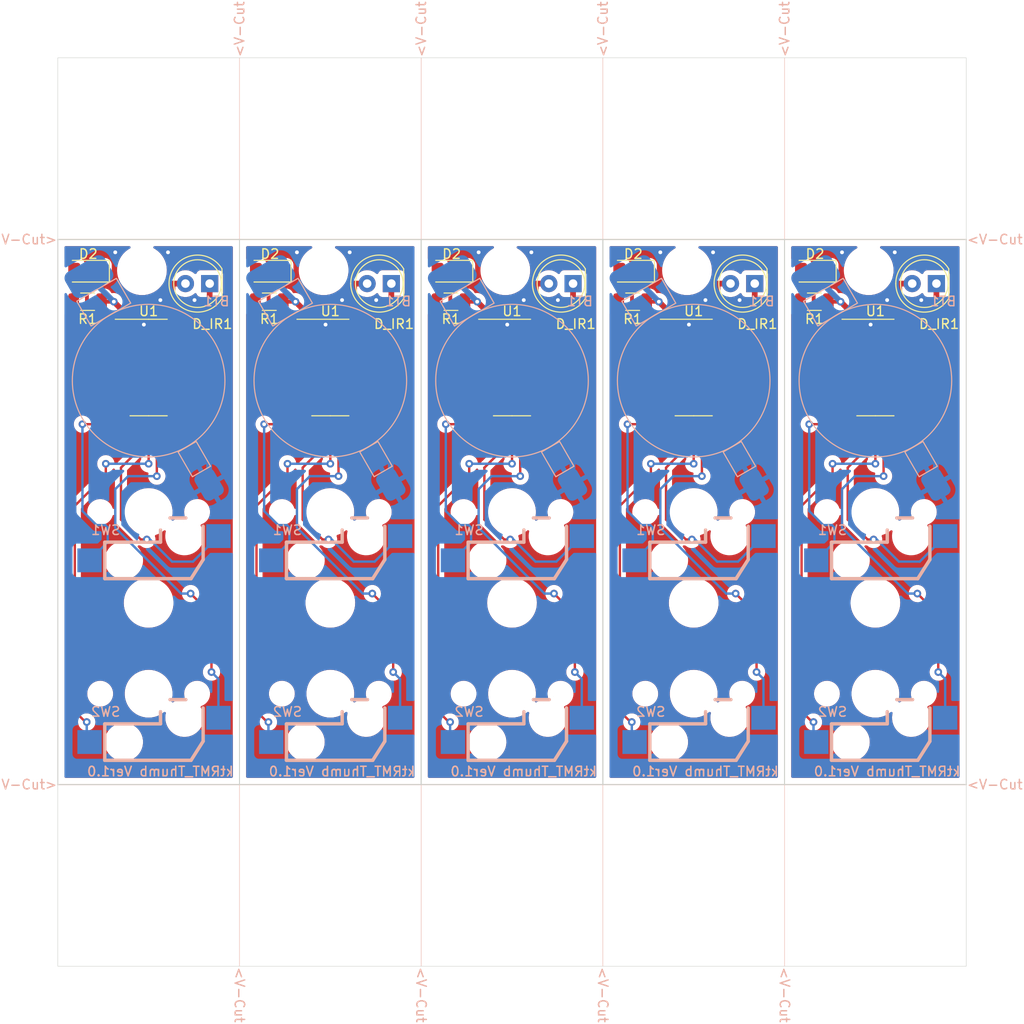
<source format=kicad_pcb>
(kicad_pcb (version 20211014) (generator pcbnew)
  (layers (0 "F.Cu" signal) (31 "B.Cu" signal) (34 "B.Paste" user) (35 "F.Paste" user) (36 "B.SilkS" user "B.Silkscreen") (37 "F.SilkS" user "F.Silkscreen") (38 "B.Mask" user) (39 "F.Mask" user) (44 "Edge.Cuts" user))
  (net 0 "")
  (net 1 "Net-(BT1-Pad1)")
  (net 2 "Net-(BT1-Pad2)")
  (net 3 "Net-(D2-Pad2)")
  (net 4 "Net-(D2-Pad1)")
  (net 5 "Net-(D_IR1-Pad1)")
  (net 6 "Net-(SW1-Pad1)")
  (net 10 "Net-(SW2-Pad2)")
  (net 11 "Net-(U1-Pad11)")
  (net 12 "Net-(U1-Pad10)")
  (footprint "ktRMT_Thumb:MX_Socket" (layer "F.Cu") (at 28.575 47.625)
    (fp_text reference "SW1")
    (fp_text value "SW_Push")
  )
  (footprint "ktRMT_Thumb:MX_Socket" (layer "F.Cu") (at 47.625 47.625)
    (fp_text reference "SW1")
    (fp_text value "SW_Push")
  )
  (footprint "Resistor_SMD:R_1206_3216Metric" (layer "F.Cu") (at 41.225 25.575 180)
    (fp_text reference "R1")
    (fp_text value "470oum")
  )
  (footprint "ktRMT_Thumb:Hole_4P2" (layer "F.Cu") (at 85.725 57.15)
    (fp_text reference "REF**")
    (fp_text value "Hole_4P2")
  )
  (footprint "Package_SO:SOP-16_3.9x9.9mm_P1.27mm" (layer "F.Cu") (at 47.625 32.475)
    (fp_text reference "U1")
    (fp_text value "HB1531E")
  )
  (footprint "ktRMT_Thumb:CR16xx_Holder" (layer "F.Cu") (at 28.575 28.575)
    (fp_text reference "BT1")
    (fp_text value "3V")
  )
  (footprint "Package_SO:SOP-16_3.9x9.9mm_P1.27mm" (layer "F.Cu") (at 85.725 32.475)
    (fp_text reference "U1")
    (fp_text value "HB1531E")
  )
  (footprint "Package_SO:SOP-16_3.9x9.9mm_P1.27mm" (layer "F.Cu") (at 28.575 32.475)
    (fp_text reference "U1")
    (fp_text value "HB1531E")
  )
  (footprint "ktRMT_Thumb:Hole_4P2" (layer "F.Cu") (at 27.875 22.275)
    (fp_text reference "REF**")
    (fp_text value "Hole_4P2")
  )
  (footprint "LED_THT:LED_D5.0mm" (layer "F.Cu") (at 73.075 23.675 180)
    (fp_text reference "D_IR1")
    (fp_text value "LED")
  )
  (footprint "ktRMT_Thumb:MX_Socket" (layer "F.Cu") (at 85.725 47.625)
    (fp_text reference "SW1")
    (fp_text value "SW_Push")
  )
  (footprint "Resistor_SMD:R_1206_3216Metric" (layer "F.Cu") (at 60.275 25.575 180)
    (fp_text reference "R1")
    (fp_text value "470oum")
  )
  (footprint "Resistor_SMD:R_1206_3216Metric" (layer "F.Cu") (at 79.325 25.575 180)
    (fp_text reference "R1")
    (fp_text value "470oum")
  )
  (footprint "ktRMT_Thumb:MX_Socket" (layer "F.Cu") (at 9.525 47.625)
    (fp_text reference "SW1")
    (fp_text value "SW_Push")
  )
  (footprint "ktRMT_Thumb:Hole_4P2" (layer "F.Cu") (at 9.525 57.15)
    (fp_text reference "REF**")
    (fp_text value "Hole_4P2")
  )
  (footprint "Resistor_SMD:R_1206_3216Metric" (layer "F.Cu") (at 3.125 25.575 180)
    (fp_text reference "R1")
    (fp_text value "470oum")
  )
  (footprint "ktRMT_Thumb:CR16xx_Holder" (layer "F.Cu") (at 85.725 28.575)
    (fp_text reference "BT1")
    (fp_text value "3V")
  )
  (footprint "LED_SMD:LED_1206_3216Metric" (layer "F.Cu") (at 22.175 22.375 180)
    (fp_text reference "D2")
    (fp_text value "LED")
  )
  (footprint "LED_SMD:LED_1206_3216Metric" (layer "F.Cu") (at 79.325 22.375 180)
    (fp_text reference "D2")
    (fp_text value "LED")
  )
  (footprint "LED_THT:LED_D5.0mm" (layer "F.Cu") (at 34.975 23.675 180)
    (fp_text reference "D_IR1")
    (fp_text value "LED")
  )
  (footprint "LED_THT:LED_D5.0mm" (layer "F.Cu") (at 15.925 23.675 180)
    (fp_text reference "D_IR1")
    (fp_text value "LED")
  )
  (footprint "ktRMT_Thumb:MX_Socket" (layer "F.Cu") (at 66.675 66.675)
    (fp_text reference "SW2")
    (fp_text value "SW_Push")
  )
  (footprint "LED_SMD:LED_1206_3216Metric" (layer "F.Cu") (at 3.125 22.375 180)
    (fp_text reference "D2")
    (fp_text value "LED")
  )
  (footprint "Package_SO:SOP-16_3.9x9.9mm_P1.27mm" (layer "F.Cu") (at 9.525 32.475)
    (fp_text reference "U1")
    (fp_text value "HB1531E")
  )
  (footprint "LED_SMD:LED_1206_3216Metric" (layer "F.Cu") (at 60.275 22.375 180)
    (fp_text reference "D2")
    (fp_text value "LED")
  )
  (footprint "LED_SMD:LED_1206_3216Metric" (layer "F.Cu") (at 41.225 22.375 180)
    (fp_text reference "D2")
    (fp_text value "LED")
  )
  (footprint "ktRMT_Thumb:MX_Socket" (layer "F.Cu") (at 85.725 66.675)
    (fp_text reference "SW2")
    (fp_text value "SW_Push")
  )
  (footprint "ktRMT_Thumb:CR16xx_Holder" (layer "F.Cu") (at 66.675 28.575)
    (fp_text reference "BT1")
    (fp_text value "3V")
  )
  (footprint "Package_SO:SOP-16_3.9x9.9mm_P1.27mm" (layer "F.Cu") (at 66.675 32.475)
    (fp_text reference "U1")
    (fp_text value "HB1531E")
  )
  (footprint "ktRMT_Thumb:MX_Socket" (layer "F.Cu") (at 47.625 66.675)
    (fp_text reference "SW2")
    (fp_text value "SW_Push")
  )
  (footprint "ktRMT_Thumb:CR16xx_Holder" (layer "F.Cu") (at 9.525 28.575)
    (fp_text reference "BT1")
    (fp_text value "3V")
  )
  (footprint "ktRMT_Thumb:MX_Socket" (layer "F.Cu") (at 28.575 66.675)
    (fp_text reference "SW2")
    (fp_text value "SW_Push")
  )
  (footprint "LED_THT:LED_D5.0mm" (layer "F.Cu") (at 92.125 23.675 180)
    (fp_text reference "D_IR1")
    (fp_text value "LED")
  )
  (footprint "ktRMT_Thumb:Hole_4P2" (layer "F.Cu") (at 46.925 22.275)
    (fp_text reference "REF**")
    (fp_text value "Hole_4P2")
  )
  (footprint "ktRMT_Thumb:Hole_4P2" (layer "F.Cu") (at 28.575 57.15)
    (fp_text reference "REF**")
    (fp_text value "Hole_4P2")
  )
  (footprint "ktRMT_Thumb:CR16xx_Holder" (layer "F.Cu") (at 47.625 28.575)
    (fp_text reference "BT1")
    (fp_text value "3V")
  )
  (footprint "ktRMT_Thumb:Hole_4P2" (layer "F.Cu") (at 66.675 57.15)
    (fp_text reference "REF**")
    (fp_text value "Hole_4P2")
  )
  (footprint "LED_THT:LED_D5.0mm" (layer "F.Cu") (at 54.025 23.675 180)
    (fp_text reference "D_IR1")
    (fp_text value "LED")
  )
  (footprint "ktRMT_Thumb:MX_Socket" (layer "F.Cu") (at 9.525 66.675)
    (fp_text reference "SW2")
    (fp_text value "SW_Push")
  )
  (footprint "ktRMT_Thumb:Hole_4P2" (layer "F.Cu") (at 85.025 22.275)
    (fp_text reference "REF**")
    (fp_text value "Hole_4P2")
  )
  (footprint "ktRMT_Thumb:Hole_4P2" (layer "F.Cu") (at 8.825 22.275)
    (fp_text reference "REF**")
    (fp_text value "Hole_4P2")
  )
  (footprint "ktRMT_Thumb:Hole_4P2" (layer "F.Cu") (at 47.625 57.15)
    (fp_text reference "REF**")
    (fp_text value "Hole_4P2")
  )
  (footprint "ktRMT_Thumb:MX_Socket" (layer "F.Cu") (at 66.675 47.625)
    (fp_text reference "SW1")
    (fp_text value "SW_Push")
  )
  (footprint "ktRMT_Thumb:Hole_4P2" (layer "F.Cu") (at 65.975 22.275)
    (fp_text reference "REF**")
    (fp_text value "Hole_4P2")
  )
  (footprint "Resistor_SMD:R_1206_3216Metric" (layer "F.Cu") (at 22.175 25.575 180)
    (fp_text reference "R1")
    (fp_text value "470oum")
  )
  (gr_line (start 0 76.2) (end 95.25 76.2) (layer "B.SilkS") (width 0.12))
  (gr_line (start 76.2 95.25) (end 76.2 0) (layer "B.SilkS") (width 0.05))
  (gr_line (start 19.05 0) (end 19.05 95.25) (layer "B.SilkS") (width 0.05))
  (gr_line (start 38.1 95.25) (end 38.1 0) (layer "B.SilkS") (width 0.05))
  (gr_line (start 0 19.05) (end 95.25 19.05) (layer "B.SilkS") (width 0.12))
  (gr_line (start 57.15 0) (end 57.15 95.25) (layer "B.SilkS") (width 0.05))
  (gr_rect (start 0 19.05) (end 19.05 76.2) (layer "Edge.Cuts") (width 0.1) (fill none))
  (gr_rect (start 57.15 19.05) (end 76.2 76.2) (layer "Edge.Cuts") (width 0.1) (fill none))
  (gr_rect (start 19.05 19.05) (end 38.1 76.2) (layer "Edge.Cuts") (width 0.1) (fill none))
  (gr_rect (start 76.2 19.05) (end 95.25 76.2) (layer "Edge.Cuts") (width 0.1) (fill none))
  (gr_rect (start 38.1 19.05) (end 57.15 76.2) (layer "Edge.Cuts") (width 0.1) (fill none))
  (gr_rect (start 0 0) (end 95.25 95.25) (layer "Edge.Cuts") (width 0.05) (fill none))
  (gr_text "ktRMT_Thumb Ver1.0" (at 29.8 74.83) (layer "B.SilkS") (effects (font (size 1 1)) (justify mirror)))
  (gr_text "<V-Cut" (at 38.1 95.25 -90) (layer "B.SilkS") (effects (font (size 1 1)) (justify left)))
  (gr_text "ktRMT_Thumb Ver1.0" (at 48.85 74.83) (layer "B.SilkS") (effects (font (size 1 1)) (justify mirror)))
  (gr_text "<V-Cut" (at 38.1 0 90) (layer "B.SilkS") (effects (font (size 1 1)) (justify left)))
  (gr_text "<V-Cut" (at 57.15 95.25 -90) (layer "B.SilkS") (effects (font (size 1 1)) (justify left)))
  (gr_text "V-Cut>" (at 0 76.2) (layer "B.SilkS") (effects (font (size 1 1)) (justify right)))
  (gr_text "ktRMT_Thumb Ver1.0" (at 10.75 74.83) (layer "B.SilkS") (effects (font (size 1 1)) (justify mirror)))
  (gr_text "ktRMT_Thumb Ver1.0" (at 67.9 74.83) (layer "B.SilkS") (effects (font (size 1 1)) (justify mirror)))
  (gr_text "ktRMT_Thumb Ver1.0" (at 29.8 74.83) (layer "B.SilkS") (effects (font (size 1 1)) (justify mirror)))
  (gr_text "V-Cut>" (at 0 19.05) (layer "B.SilkS") (effects (font (size 1 1)) (justify right)))
  (gr_text "<V-Cut" (at 19.05 0 90) (layer "B.SilkS") (effects (font (size 1 1)) (justify left)))
  (gr_text "ktRMT_Thumb Ver1.0" (at 67.9 74.83) (layer "B.SilkS") (effects (font (size 1 1)) (justify mirror)))
  (gr_text "<V-Cut" (at 95.25 76.2) (layer "B.SilkS") (effects (font (size 1 1)) (justify left)))
  (gr_text "<V-Cut" (at 95.25 19.05) (layer "B.SilkS") (effects (font (size 1 1)) (justify left)))
  (gr_text "<V-Cut" (at 19.05 95.25 -90) (layer "B.SilkS") (effects (font (size 1 1)) (justify left)))
  (gr_text "ktRMT_Thumb Ver1.0" (at 86.95 74.83) (layer "B.SilkS") (effects (font (size 1 1)) (justify mirror)))
  (gr_text "<V-Cut" (at 76.2 0 90) (layer "B.SilkS") (effects (font (size 1 1)) (justify left)))
  (gr_text "ktRMT_Thumb Ver1.0" (at 86.95 74.83) (layer "B.SilkS") (effects (font (size 1 1)) (justify mirror)))
  (gr_text "<V-Cut" (at 57.15 0 90) (layer "B.SilkS") (effects (font (size 1 1)) (justify left)))
  (gr_text "ktRMT_Thumb Ver1.0" (at 48.85 74.83) (layer "B.SilkS") (effects (font (size 1 1)) (justify mirror)))
  (gr_text "<V-Cut" (at 76.2 95.25 -90) (layer "B.SilkS") (effects (font (size 1 1)) (justify left)))
  (gr_text "ktRMT_Thumb Ver1.0" (at 10.75 74.83) (layer "B.SilkS") (effects (font (size 1 1)) (justify mirror)))
  (segment (start 6.615 26.315) (end 11.915 26.315) (width 0.6) (layer "F.Cu") (net 1))
  (segment (start 69.065 26.315) (end 69.175 26.205) (width 0.4) (layer "F.Cu") (net 1))
  (segment (start 63.765 26.315) (end 69.065 26.315) (width 0.6) (layer "F.Cu") (net 1))
  (segment (start 12.025 26.205) (end 12.025 25.575) (width 0.6) (layer "F.Cu") (net 1))
  (segment (start 88.325 23.675) (end 88.225 23.775) (width 0.6) (layer "F.Cu") (net 1))
  (segment (start 32.435 23.675) (end 31.175 23.675) (width 0.6) (layer "F.Cu") (net 1))
  (segment (start 13.385 23.675) (end 12.125 23.675) (width 0.6) (layer "F.Cu") (net 1))
  (segment (start 31.075 25.575) (end 31.075 23.775) (width 0.6) (layer "F.Cu") (net 1))
  (segment (start 31.175 23.675) (end 31.075 23.775) (width 0.6) (layer "F.Cu") (net 1))
  (segment (start 88.115 26.315) (end 88.225 26.205) (width 0.4) (layer "F.Cu") (net 1))
  (segment (start 24.925 25.575) (end 25.665 26.315) (width 0.6) (layer "F.Cu") (net 1))
  (segment (start 61.7375 25.575) (end 63.025 25.575) (width 0.4) (layer "F.Cu") (net 1))
  (segment (start 69.175 28.03) (end 69.175 26.205) (width 0.6) (layer "F.Cu") (net 1))
  (segment (start 44.715 26.315) (end 50.015 26.315) (width 0.6) (layer "F.Cu") (net 1))
  (segment (start 50.125 25.575) (end 50.125 23.775) (width 0.6) (layer "F.Cu") (net 1))
  (segment (start 42.6875 25.575) (end 43.975 25.575) (width 0.4) (layer "F.Cu") (net 1))
  (segment (start 89.585 23.675) (end 88.325 23.675) (width 0.6) (layer "F.Cu") (net 1))
  (segment (start 5.875 25.575) (end 6.615 26.315) (width 0.6) (layer "F.Cu") (net 1))
  (segment (start 82.815 26.315) (end 88.115 26.315) (width 0.6) (layer "F.Cu") (net 1))
  (segment (start 12.025 28.03) (end 12.025 26.205) (width 0.6) (layer "F.Cu") (net 1))
  (segment (start 80.7875 25.575) (end 82.075 25.575) (width 0.4) (layer "F.Cu") (net 1))
  (segment (start 82.075 25.575) (end 82.815 26.315) (width 0.6) (layer "F.Cu") (net 1))
  (segment (start 70.535 23.675) (end 69.275 23.675) (width 0.6) (layer "F.Cu") (net 1))
  (segment (start 88.225 26.205) (end 88.225 25.575) (width 0.6) (layer "F.Cu") (net 1))
  (segment (start 88.225 25.575) (end 88.225 23.775) (width 0.6) (layer "F.Cu") (net 1))
  (segment (start 4.5875 25.575) (end 5.875 25.575) (width 0.4) (layer "F.Cu") (net 1))
  (segment (start 31.075 26.205) (end 31.075 25.575) (width 0.6) (layer "F.Cu") (net 1))
  (segment (start 69.175 26.205) (end 69.175 25.575) (width 0.6) (layer "F.Cu") (net 1))
  (segment (start 50.125 28.03) (end 50.125 26.205) (width 0.6) (layer "F.Cu") (net 1))
  (segment (start 63.025 25.575) (end 63.765 26.315) (width 0.6) (layer "F.Cu") (net 1))
  (segment (start 25.665 26.315) (end 30.965 26.315) (width 0.6) (layer "F.Cu") (net 1))
  (segment (start 50.015 26.315) (end 50.125 26.205) (width 0.4) (layer "F.Cu") (net 1))
  (segment (start 69.275 23.675) (end 69.175 23.775) (width 0.6) (layer "F.Cu") (net 1))
  (segment (start 11.915 26.315) (end 12.025 26.205) (width 0.4) (layer "F.Cu") (net 1))
  (segment (start 69.175 25.575) (end 69.175 23.775) (width 0.6) (layer "F.Cu") (net 1))
  (segment (start 51.485 23.675) (end 50.225 23.675) (width 0.6) (layer "F.Cu") (net 1))
  (segment (start 12.025 25.575) (end 12.025 23.775) (width 0.6) (layer "F.Cu") (net 1))
  (segment (start 12.125 23.675) (end 12.025 23.775) (width 0.6) (layer "F.Cu") (net 1))
  (segment (start 43.975 25.575) (end 44.715 26.315) (width 0.6) (layer "F.Cu") (net 1))
  (segment (start 50.125 26.205) (end 50.125 25.575) (width 0.6) (layer "F.Cu") (net 1))
  (segment (start 50.225 23.675) (end 50.125 23.775) (width 0.6) (layer "F.Cu") (net 1))
  (segment (start 23.6375 25.575) (end 24.925 25.575) (width 0.4) (layer "F.Cu") (net 1))
  (segment (start 31.075 28.03) (end 31.075 26.205) (width 0.6) (layer "F.Cu") (net 1))
  (segment (start 88.225 28.03) (end 88.225 26.205) (width 0.6) (layer "F.Cu") (net 1))
  (segment (start 30.965 26.315) (end 31.075 26.205) (width 0.4) (layer "F.Cu") (net 1))
  (via (at 63.025 25.575) (size 0.8) (drill 0.4) (layers "F.Cu" "B.Cu") (net 1))
  (via (at 24.925 25.575) (size 0.8) (drill 0.4) (layers "F.Cu" "B.Cu") (net 1))
  (via (at 43.975 25.575) (size 0.8) (drill 0.4) (layers "F.Cu" "B.Cu") (net 1))
  (via (at 5.875 25.575) (size 0.8) (drill 0.4) (layers "F.Cu" "B.Cu") (net 1))
  (via (at 82.075 25.575) (size 0.8) (drill 0.4) (layers "F.Cu" "B.Cu") (net 1))
  (segment (start 60.415 22.965) (end 63.025 25.575) (width 0.6) (layer "B.Cu") (net 1))
  (segment (start 22.315 22.965) (end 24.925 25.575) (width 0.6) (layer "B.Cu") (net 1))
  (segment (start 79.465 22.965) (end 82.075 25.575) (width 0.6) (layer "B.Cu") (net 1))
  (segment (start 3.265 22.965) (end 5.875 25.575) (width 0.6) (layer "B.Cu") (net 1))
  (segment (start 60.415 22.93808) (end 60.415 22.965) (width 0.6) (layer "B.Cu") (net 1))
  (segment (start 3.265 22.93808) (end 3.265 22.965) (width 0.6) (layer "B.Cu") (net 1))
  (segment (start 41.365 22.965) (end 43.975 25.575) (width 0.6) (layer "B.Cu") (net 1))
  (segment (start 41.365 22.93808) (end 41.365 22.965) (width 0.6) (layer "B.Cu") (net 1))
  (segment (start 79.465 22.93808) (end 79.465 22.965) (width 0.6) (layer "B.Cu") (net 1))
  (segment (start 22.315 22.93808) (end 22.315 22.965) (width 0.6) (layer "B.Cu") (net 1))
  (segment (start 28.02 28.03) (end 28.075 27.975) (width 0.6) (layer "F.Cu") (net 2))
  (segment (start 64.175 28.03) (end 66.12 28.03) (width 0.6) (layer "F.Cu") (net 2))
  (segment (start 7.025 28.03) (end 8.97 28.03) (width 0.6) (layer "F.Cu") (net 2))
  (segment (start 8.97 28.03) (end 9.025 27.975) (width 0.6) (layer "F.Cu") (net 2))
  (segment (start 66.12 28.03) (end 66.175 27.975) (width 0.6) (layer "F.Cu") (net 2))
  (segment (start 45.125 28.03) (end 47.07 28.03) (width 0.6) (layer "F.Cu") (net 2))
  (segment (start 26.075 28.03) (end 28.02 28.03) (width 0.6) (layer "F.Cu") (net 2))
  (segment (start 47.07 28.03) (end 47.125 27.975) (width 0.6) (layer "F.Cu") (net 2))
  (segment (start 83.225 28.03) (end 85.17 28.03) (width 0.6) (layer "F.Cu") (net 2))
  (segment (start 85.17 28.03) (end 85.225 27.975) (width 0.6) (layer "F.Cu") (net 2))
  (via (at 48.855 25.405) (size 0.8) (drill 0.4) (layers "F.Cu" "B.Cu") (net 2))
  (via (at 49.655 20.395) (size 0.8) (drill 0.4) (layers "F.Cu" "B.Cu") (net 2))
  (via (at 71.485 25.405) (size 0.8) (drill 0.4) (layers "F.Cu" "B.Cu") (net 2))
  (via (at 14.335 25.405) (size 0.8) (drill 0.4) (layers "F.Cu" "B.Cu") (net 2))
  (via (at 25.075 20.395) (size 0.8) (drill 0.4) (layers "F.Cu" "B.Cu") (net 2))
  (via (at 44.125 20.395) (size 0.8) (drill 0.4) (layers "F.Cu" "B.Cu") (net 2))
  (via (at 6.025 20.395) (size 0.8) (drill 0.4) (layers "F.Cu" "B.Cu") (net 2))
  (via (at 82.225 20.395) (size 0.8) (drill 0.4) (layers "F.Cu" "B.Cu") (net 2))
  (via (at 87.755 20.395) (size 0.8) (drill 0.4) (layers "F.Cu" "B.Cu") (net 2))
  (via (at 33.385 25.405) (size 0.8) (drill 0.4) (layers "F.Cu" "B.Cu") (net 2))
  (via (at 86.955 25.405) (size 0.8) (drill 0.4) (layers "F.Cu" "B.Cu") (net 2))
  (via (at 30.605 20.395) (size 0.8) (drill 0.4) (layers "F.Cu" "B.Cu") (net 2))
  (via (at 67.905 25.405) (size 0.8) (drill 0.4) (layers "F.Cu" "B.Cu") (net 2))
  (via (at 9.025 27.975) (size 0.8) (drill 0.4) (layers "F.Cu" "B.Cu") (net 2))
  (via (at 11.555 20.395) (size 0.8) (drill 0.4) (layers "F.Cu" "B.Cu") (net 2))
  (via (at 47.125 27.975) (size 0.8) (drill 0.4) (layers "F.Cu" "B.Cu") (net 2))
  (via (at 10.755 25.405) (size 0.8) (drill 0.4) (layers "F.Cu" "B.Cu") (net 2))
  (via (at 63.175 20.395) (size 0.8) (drill 0.4) (layers "F.Cu" "B.Cu") (net 2))
  (via (at 29.805 25.405) (size 0.8) (drill 0.4) (layers "F.Cu" "B.Cu") (net 2))
  (via (at 68.705 20.395) (size 0.8) (drill 0.4) (layers "F.Cu" "B.Cu") (net 2))
  (via (at 66.175 27.975) (size 0.8) (drill 0.4) (layers "F.Cu" "B.Cu") (net 2))
  (via (at 28.075 27.975) (size 0.8) (drill 0.4) (layers "F.Cu" "B.Cu") (net 2))
  (via (at 85.225 27.975) (size 0.8) (drill 0.4) (layers "F.Cu" "B.Cu") (net 2))
  (via (at 90.535 25.405) (size 0.8) (drill 0.4) (layers "F.Cu" "B.Cu") (net 2))
  (via (at 52.435 25.405) (size 0.8) (drill 0.4) (layers "F.Cu" "B.Cu") (net 2))
  (segment (start 50.875 28.025) (end 52.575 29.725) (width 0.6) (layer "B.Cu") (net 2))
  (segment (start 85.225 27.975) (end 85.275 28.025) (width 0.6) (layer "B.Cu") (net 2))
  (segment (start 90.675 29.725) (end 92.065 31.115) (width 0.6) (layer "B.Cu") (net 2))
  (segment (start 12.775 28.025) (end 14.475 29.725) (width 0.6) (layer "B.Cu") (net 2))
  (segment (start 73.015 31.115) (end 73.015 44.76192) (width 0.6) (layer "B.Cu") (net 2))
  (segment (start 34.915 31.115) (end 34.915 44.76192) (width 0.6) (layer "B.Cu") (net 2))
  (segment (start 69.925 28.025) (end 71.625 29.725) (width 0.6) (layer "B.Cu") (net 2))
  (segment (start 66.175 27.975) (end 66.225 28.025) (width 0.6) (layer "B.Cu") (net 2))
  (segment (start 53.965 31.115) (end 53.965 44.76192) (width 0.6) (layer "B.Cu") (net 2))
  (segment (start 28.075 27.975) (end 28.125 28.025) (width 0.6) (layer "B.Cu") (net 2))
  (segment (start 47.175 28.025) (end 50.875 28.025) (width 0.6) (layer "B.Cu") (net 2))
  (segment (start 28.125 28.025) (end 31.825 28.025) (width 0.6) (layer "B.Cu") (net 2))
  (segment (start 85.275 28.025) (end 88.975 28.025) (width 0.6) (layer "B.Cu") (net 2))
  (segment (start 71.625 29.725) (end 73.015 31.115) (width 0.6) (layer "B.Cu") (net 2))
  (segment (start 52.575 29.725) (end 53.965 31.115) (width 0.6) (layer "B.Cu") (net 2))
  (segment (start 15.865 31.115) (end 15.865 44.76192) (width 0.6) (layer "B.Cu") (net 2))
  (segment (start 31.825 28.025) (end 33.525 29.725) (width 0.6) (layer "B.Cu") (net 2))
  (segment (start 88.975 28.025) (end 90.675 29.725) (width 0.6) (layer "B.Cu") (net 2))
  (segment (start 66.225 28.025) (end 69.925 28.025) (width 0.6) (layer "B.Cu") (net 2))
  (segment (start 14.475 29.725) (end 15.865 31.115) (width 0.6) (layer "B.Cu") (net 2))
  (segment (start 9.025 27.975) (end 9.075 28.025) (width 0.6) (layer "B.Cu") (net 2))
  (segment (start 92.065 31.115) (end 92.065 44.76192) (width 0.6) (layer "B.Cu") (net 2))
  (segment (start 9.075 28.025) (end 12.775 28.025) (width 0.6) (layer "B.Cu") (net 2))
  (segment (start 47.125 27.975) (end 47.175 28.025) (width 0.6) (layer "B.Cu") (net 2))
  (segment (start 33.525 29.725) (end 34.915 31.115) (width 0.6) (layer "B.Cu") (net 2))
  (segment (start 20.7125 22.4375) (end 20.775 22.375) (width 0.4) (layer "F.Cu") (net 3))
  (segment (start 1.6625 22.4375) (end 1.725 22.375) (width 0.4) (layer "F.Cu") (net 3))
  (segment (start 1.6625 25.575) (end 1.6625 22.4375) (width 0.4) (layer "F.Cu") (net 3))
  (segment (start 77.8625 25.575) (end 77.8625 22.4375) (width 0.4) (layer "F.Cu") (net 3))
  (segment (start 77.8625 22.4375) (end 77.925 22.375) (width 0.4) (layer "F.Cu") (net 3))
  (segment (start 58.8125 25.575) (end 58.8125 22.4375) (width 0.4) (layer "F.Cu") (net 3))
  (segment (start 39.7625 25.575) (end 39.7625 22.4375) (width 0.4) (layer "F.Cu") (net 3))
  (segment (start 58.8125 22.4375) (end 58.875 22.375) (width 0.4) (layer "F.Cu") (net 3))
  (segment (start 20.7125 25.575) (end 20.7125 22.4375) (width 0.4) (layer "F.Cu") (net 3))
  (segment (start 39.7625 22.4375) (end 39.825 22.375) (width 0.4) (layer "F.Cu") (net 3))
  (segment (start 22.105 26.235) (end 22.105 23.845) (width 0.4) (layer "F.Cu") (net 4))
  (segment (start 29.525 29.527817) (end 29.525 27.675) (width 0.4) (layer "F.Cu") (net 4))
  (segment (start 61.035 27.065) (end 60.205 26.235) (width 0.4) (layer "F.Cu") (net 4))
  (segment (start 41.155 26.235) (end 41.155 23.845) (width 0.4) (layer "F.Cu") (net 4))
  (segment (start 86.675 29.527817) (end 86.675 27.675) (width 0.4) (layer "F.Cu") (net 4))
  (segment (start 3.055 23.845) (end 4.525 22.375) (width 0.4) (layer "F.Cu") (net 4))
  (segment (start 10.475 27.675) (end 9.865 27.065) (width 0.4) (layer "F.Cu") (net 4))
  (segment (start 30.567183 30.57) (end 29.525 29.527817) (width 0.4) (layer "F.Cu") (net 4))
  (segment (start 60.205 26.235) (end 60.205 23.845) (width 0.4) (layer "F.Cu") (net 4))
  (segment (start 41.985 27.065) (end 41.155 26.235) (width 0.4) (layer "F.Cu") (net 4))
  (segment (start 50.125 30.57) (end 49.617183 30.57) (width 0.4) (layer "F.Cu") (net 4))
  (segment (start 9.865 27.065) (end 3.885 27.065) (width 0.4) (layer "F.Cu") (net 4))
  (segment (start 31.075 30.57) (end 30.567183 30.57) (width 0.4) (layer "F.Cu") (net 4))
  (segment (start 67.625 27.675) (end 67.015 27.065) (width 0.4) (layer "F.Cu") (net 4))
  (segment (start 86.065 27.065) (end 80.085 27.065) (width 0.4) (layer "F.Cu") (net 4))
  (segment (start 47.965 27.065) (end 41.985 27.065) (width 0.4) (layer "F.Cu") (net 4))
  (segment (start 67.625 29.527817) (end 67.625 27.675) (width 0.4) (layer "F.Cu") (net 4))
  (segment (start 22.105 23.845) (end 23.575 22.375) (width 0.4) (layer "F.Cu") (net 4))
  (segment (start 87.717183 30.57) (end 86.675 29.527817) (width 0.4) (layer "F.Cu") (net 4))
  (segment (start 80.085 27.065) (end 79.255 26.235) (width 0.4) (layer "F.Cu") (net 4))
  (segment (start 22.935 27.065) (end 22.105 26.235) (width 0.4) (layer "F.Cu") (net 4))
  (segment (start 68.667183 30.57) (end 67.625 29.527817) (width 0.4) (layer "F.Cu") (net 4))
  (segment (start 88.225 30.57) (end 87.717183 30.57) (width 0.4) (layer "F.Cu") (net 4))
  (segment (start 12.025 30.57) (end 11.517183 30.57) (width 0.4) (layer "F.Cu") (net 4))
  (segment (start 3.885 27.065) (end 3.055 26.235) (width 0.4) (layer "F.Cu") (net 4))
  (segment (start 48.575 27.675) (end 47.965 27.065) (width 0.4) (layer "F.Cu") (net 4))
  (segment (start 10.475 29.527817) (end 10.475 27.675) (width 0.4) (layer "F.Cu") (net 4))
  (segment (start 69.175 30.57) (end 68.667183 30.57) (width 0.4) (layer "F.Cu") (net 4))
  (segment (start 41.155 23.845) (end 42.625 22.375) (width 0.4) (layer "F.Cu") (net 4))
  (segment (start 3.055 26.235) (end 3.055 23.845) (width 0.4) (layer "F.Cu") (net 4))
  (segment (start 79.255 26.235) (end 79.255 23.845) (width 0.4) (layer "F.Cu") (net 4))
  (segment (start 29.525 27.675) (end 28.915 27.065) (width 0.4) (layer "F.Cu") (net 4))
  (segment (start 67.015 27.065) (end 61.035 27.065) (width 0.4) (layer "F.Cu") (net 4))
  (segment (start 60.205 23.845) (end 61.675 22.375) (width 0.4) (layer "F.Cu") (net 4))
  (segment (start 86.675 27.675) (end 86.065 27.065) (width 0.4) (layer "F.Cu") (net 4))
  (segment (start 49.617183 30.57) (end 48.575 29.527817) (width 0.4) (layer "F.Cu") (net 4))
  (segment (start 28.915 27.065) (end 22.935 27.065) (width 0.4) (layer "F.Cu") (net 4))
  (segment (start 48.575 29.527817) (end 48.575 27.675) (width 0.4) (layer "F.Cu") (net 4))
  (segment (start 79.255 23.845) (end 80.725 22.375) (width 0.4) (layer "F.Cu") (net 4))
  (segment (start 11.517183 30.57) (end 10.475 29.527817) (width 0.4) (layer "F.Cu") (net 4))
  (segment (start 73.075 23.675) (end 73.075 26.049239) (width 0.6) (layer "F.Cu") (net 5))
  (segment (start 54.025 23.675) (end 54.025 26.049239) (width 0.6) (layer "F.Cu") (net 5))
  (segment (start 73.075 26.049239) (end 69.824239 29.3) (width 0.6) (layer "F.Cu") (net 5))
  (segment (start 15.925 23.675) (end 15.925 26.049239) (width 0.6) (layer "F.Cu") (net 5))
  (segment (start 88.874239 29.3) (end 88.225 29.3) (width 0.6) (layer "F.Cu") (net 5))
  (segment (start 92.125 26.049239) (end 88.874239 29.3) (width 0.6) (layer "F.Cu") (net 5))
  (segment (start 15.925 26.049239) (end 12.674239 29.3) (width 0.6) (layer "F.Cu") (net 5))
  (segment (start 34.975 26.049239) (end 31.724239 29.3) (width 0.6) (layer "F.Cu") (net 5))
  (segment (start 92.125 23.675) (end 92.125 26.049239) (width 0.6) (layer "F.Cu") (net 5))
  (segment (start 50.774239 29.3) (end 50.125 29.3) (width 0.6) (layer "F.Cu") (net 5))
  (segment (start 54.025 26.049239) (end 50.774239 29.3) (width 0.6) (layer "F.Cu") (net 5))
  (segment (start 69.824239 29.3) (end 69.175 29.3) (width 0.6) (layer "F.Cu") (net 5))
  (segment (start 31.724239 29.3) (end 31.075 29.3) (width 0.6) (layer "F.Cu") (net 5))
  (segment (start 34.975 23.675) (end 34.975 26.049239) (width 0.6) (layer "F.Cu") (net 5))
  (segment (start 12.674239 29.3) (end 12.025 29.3) (width 0.6) (layer "F.Cu") (net 5))
  (segment (start 85.45 33.11) (end 84.63 33.93) (width 0.25) (layer "F.Cu") (net 6))
  (segment (start 83.611751 38.418249) (end 78.785 38.418249) (width 0.25) (layer "F.Cu") (net 6))
  (segment (start 7.411751 38.418249) (end 2.585 38.418249) (width 0.25) (layer "F.Cu") (net 6))
  (segment (start 47.35 33.11) (end 46.53 33.93) (width 0.25) (layer "F.Cu") (net 6))
  (segment (start 88.225 33.11) (end 85.45 33.11) (width 0.25) (layer "F.Cu") (net 6))
  (segment (start 9.25 33.11) (end 8.43 33.93) (width 0.25) (layer "F.Cu") (net 6))
  (segment (start 65.58 37.4) (end 64.561751 38.418249) (width 0.25) (layer "F.Cu") (net 6))
  (segment (start 69.175 33.11) (end 66.4 33.11) (width 0.25) (layer "F.Cu") (net 6))
  (segment (start 45.511751 38.418249) (end 40.685 38.418249) (width 0.25) (layer "F.Cu") (net 6))
  (segment (start 31.075 33.11) (end 28.3 33.11) (width 0.25) (layer "F.Cu") (net 6))
  (segment (start 28.3 33.11) (end 27.48 33.93) (width 0.25) (layer "F.Cu") (net 6))
  (segment (start 50.125 33.11) (end 47.35 33.11) (width 0.25) (layer "F.Cu") (net 6))
  (segment (start 46.53 37.4) (end 45.511751 38.418249) (width 0.25) (layer "F.Cu") (net 6))
  (segment (start 65.58 33.93) (end 65.58 37.4) (width 0.25) (layer "F.Cu") (net 6))
  (segment (start 26.461751 38.418249) (end 21.635 38.418249) (width 0.25) (layer "F.Cu") (net 6))
  (segment (start 12.025 33.11) (end 9.25 33.11) (width 0.25) (layer "F.Cu") (net 6))
  (segment (start 66.4 33.11) (end 65.58 33.93) (width 0.25) (layer "F.Cu") (net 6))
  (segment (start 27.48 33.93) (end 27.48 37.4) (width 0.25) (layer "F.Cu") (net 6))
  (segment (start 84.63 33.93) (end 84.63 37.4) (width 0.25) (layer "F.Cu") (net 6))
  (segment (start 46.53 33.93) (end 46.53 37.4) (width 0.25) (layer "F.Cu") (net 6))
  (segment (start 27.48 37.4) (end 26.461751 38.418249) (width 0.25) (layer "F.Cu") (net 6))
  (segment (start 8.43 37.4) (end 7.411751 38.418249) (width 0.25) (layer "F.Cu") (net 6))
  (segment (start 8.43 33.93) (end 8.43 37.4) (width 0.25) (layer "F.Cu") (net 6))
  (segment (start 84.63 37.4) (end 83.611751 38.418249) (width 0.25) (layer "F.Cu") (net 6))
  (segment (start 64.561751 38.418249) (end 59.735 38.418249) (width 0.25) (layer "F.Cu") (net 6))
  (via (at 78.785 38.418249) (size 0.8) (drill 0.4) (layers "F.Cu" "B.Cu") (net 6))
  (via (at 2.585 38.418249) (size 0.8) (drill 0.4) (layers "F.Cu" "B.Cu") (net 6))
  (via (at 40.685 38.418249) (size 0.8) (drill 0.4) (layers "F.Cu" "B.Cu") (net 6))
  (via (at 59.735 38.418249) (size 0.8) (drill 0.4) (layers "F.Cu" "B.Cu") (net 6))
  (via (at 21.635 38.418249) (size 0.8) (drill 0.4) (layers "F.Cu" "B.Cu") (net 6))
  (segment (start 41.4274 52.69) (end 41.43 52.69) (width 0.25) (layer "B.Cu") (net 6))
  (segment (start 24.025 48.995) (end 23.105 48.995) (width 0.25) (layer "B.Cu") (net 6))
  (segment (start 62.125 48.995) (end 61.205 48.995) (width 0.25) (layer "B.Cu") (net 6))
  (segment (start 22.3774 52.69) (end 22.38 52.69) (width 0.25) (layer "B.Cu") (net 6))
  (segment (start 62.385 49.255) (end 62.125 48.995) (width 0.25) (layer "B.Cu") (net 6))
  (segment (start 24.285 50.785) (end 24.285 49.255) (width 0.25) (layer "B.Cu") (net 6))
  (segment (start 21.635 47.525) (end 21.635 38.418249) (width 0.25) (layer "B.Cu") (net 6))
  (segment (start 79.5274 52.69) (end 79.53 52.69) (width 0.25) (layer "B.Cu") (net 6))
  (segment (start 79.53 52.69) (end 81.435 50.785) (width 0.25) (layer "B.Cu") (net 6))
  (segment (start 5.235 49.255) (end 4.975 48.995) (width 0.25) (layer "B.Cu") (net 6))
  (segment (start 2.585 47.525) (end 2.585 38.418249) (width 0.25) (layer "B.Cu") (net 6))
  (segment (start 59.735 47.525) (end 59.735 38.418249) (width 0.25) (layer "B.Cu") (net 6))
  (segment (start 81.435 49.255) (end 81.175 48.995) (width 0.25) (layer "B.Cu") (net 6))
  (segment (start 41.43 52.69) (end 43.335 50.785) (width 0.25) (layer "B.Cu") (net 6))
  (segment (start 3.3274 52.69) (end 3.33 52.69) (width 0.25) (layer "B.Cu") (net 6))
  (segment (start 4.055 48.995) (end 2.585 47.525) (width 0.25) (layer "B.Cu") (net 6))
  (segment (start 60.48 52.69) (end 62.385 50.785) (width 0.25) (layer "B.Cu") (net 6))
  (segment (start 24.285 49.255) (end 24.025 48.995) (width 0.25) (layer "B.Cu") (net 6))
  (segment (start 61.205 48.995) (end 59.735 47.525) (width 0.25) (layer "B.Cu") (net 6))
  (segment (start 81.175 48.995) (end 80.255 48.995) (width 0.25) (layer "B.Cu") (net 6))
  (segment (start 78.785 47.525) (end 78.785 38.418249) (width 0.25) (layer "B.Cu") (net 6))
  (segment (start 43.075 48.995) (end 42.155 48.995) (width 0.25) (layer "B.Cu") (net 6))
  (segment (start 42.155 48.995) (end 40.685 47.525) (width 0.25) (layer "B.Cu") (net 6))
  (segment (start 43.335 49.255) (end 43.075 48.995) (width 0.25) (layer "B.Cu") (net 6))
  (segment (start 22.38 52.69) (end 24.285 50.785) (width 0.25) (layer "B.Cu") (net 6))
  (segment (start 80.255 48.995) (end 78.785 47.525) (width 0.25) (layer "B.Cu") (net 6))
  (segment (start 23.105 48.995) (end 21.635 47.525) (width 0.25) (layer "B.Cu") (net 6))
  (segment (start 3.33 52.69) (end 5.235 50.785) (width 0.25) (layer "B.Cu") (net 6))
  (segment (start 40.685 47.525) (end 40.685 38.418249) (width 0.25) (layer "B.Cu") (net 6))
  (segment (start 43.335 50.785) (end 43.335 49.255) (width 0.25) (layer "B.Cu") (net 6))
  (segment (start 81.435 50.785) (end 81.435 49.255) (width 0.25) (layer "B.Cu") (net 6))
  (segment (start 62.385 50.785) (end 62.385 49.255) (width 0.25) (layer "B.Cu") (net 6))
  (segment (start 5.235 50.785) (end 5.235 49.255) (width 0.25) (layer "B.Cu") (net 6))
  (segment (start 60.4774 52.69) (end 60.48 52.69) (width 0.25) (layer "B.Cu") (net 6))
  (segment (start 4.975 48.995) (end 4.055 48.995) (width 0.25) (layer "B.Cu") (net 6))
  (segment (start 54.215 58.365) (end 54.215 64.405) (width 0.25) (layer "F.Cu") (net 10))
  (segment (start 12.025 36.92) (end 10.85 36.92) (width 0.25) (layer "F.Cu") (net 10))
  (segment (start 31.075 36.92) (end 29.9 36.92) (width 0.25) (layer "F.Cu") (net 10))
  (segment (start 87.05 36.92) (end 86.585 37.385) (width 0.25) (layer "F.Cu") (net 10))
  (segment (start 86.585 37.385) (end 86.585 43.865) (width 0.25) (layer "F.Cu") (net 10))
  (segment (start 88.225 36.92) (end 87.05 36.92) (width 0.25) (layer "F.Cu") (net 10))
  (segment (start 71.075 56.175) (end 73.265 58.365) (width 0.25) (layer "F.Cu") (net 10))
  (segment (start 68 36.92) (end 67.535 37.385) (width 0.25) (layer "F.Cu") (net 10))
  (segment (start 48.95 36.92) (end 48.485 37.385) (width 0.25) (layer "F.Cu") (net 10))
  (segment (start 10.85 36.92) (end 10.385 37.385) (width 0.25) (layer "F.Cu") (net 10))
  (segment (start 29.435 37.385) (end 29.435 43.865) (width 0.25) (layer "F.Cu") (net 10))
  (segment (start 50.125 36.92) (end 48.95 36.92) (width 0.25) (layer "F.Cu") (net 10))
  (segment (start 52.025 56.175) (end 54.215 58.365) (width 0.25) (layer "F.Cu") (net 10))
  (segment (start 92.315 58.365) (end 92.315 64.405) (width 0.25) (layer "F.Cu") (net 10))
  (segment (start 73.265 58.365) (end 73.265 64.405) (width 0.25) (layer "F.Cu") (net 10))
  (segment (start 35.165 58.365) (end 35.165 64.405) (width 0.25) (layer "F.Cu") (net 10))
  (segment (start 16.115 58.365) (end 16.115 64.405) (width 0.25) (layer "F.Cu") (net 10))
  (segment (start 29.9 36.92) (end 29.435 37.385) (width 0.25) (layer "F.Cu") (net 10))
  (segment (start 90.125 56.175) (end 92.315 58.365) (width 0.25) (layer "F.Cu") (net 10))
  (segment (start 48.485 37.385) (end 48.485 43.865) (width 0.25) (layer "F.Cu") (net 10))
  (segment (start 13.925 56.175) (end 16.115 58.365) (width 0.25) (layer "F.Cu") (net 10))
  (segment (start 67.535 37.385) (end 67.535 43.865) (width 0.25) (layer "F.Cu") (net 10))
  (segment (start 32.975 56.175) (end 35.165 58.365) (width 0.25) (layer "F.Cu") (net 10))
  (segment (start 69.175 36.92) (end 68 36.92) (width 0.25) (layer "F.Cu") (net 10))
  (segment (start 10.385 37.385) (end 10.385 43.865) (width 0.25) (layer "F.Cu") (net 10))
  (via (at 48.485 43.865) (size 0.8) (drill 0.4) (layers "F.Cu" "B.Cu") (net 10))
  (via (at 92.315 64.405) (size 0.8) (drill 0.4) (layers "F.Cu" "B.Cu") (net 10))
  (via (at 32.975 56.175) (size 0.8) (drill 0.4) (layers "F.Cu" "B.Cu") (net 10))
  (via (at 35.165 64.405) (size 0.8) (drill 0.4) (layers "F.Cu" "B.Cu") (net 10))
  (via (at 67.535 43.865) (size 0.8) (drill 0.4) (layers "F.Cu" "B.Cu") (net 10))
  (via (at 29.435 43.865) (size 0.8) (drill 0.4) (layers "F.Cu" "B.Cu") (net 10))
  (via (at 54.215 64.405) (size 0.8) (drill 0.4) (layers "F.Cu" "B.Cu") (net 10))
  (via (at 10.385 43.865) (size 0.8) (drill 0.4) (layers "F.Cu" "B.Cu") (net 10))
  (via (at 13.925 56.175) (size 0.8) (drill 0.4) (layers "F.Cu" "B.Cu") (net 10))
  (via (at 16.115 64.405) (size 0.8) (drill 0.4) (layers "F.Cu" "B.Cu") (net 10))
  (via (at 73.265 64.405) (size 0.8) (drill 0.4) (layers "F.Cu" "B.Cu") (net 10))
  (via (at 52.025 56.175) (size 0.8) (drill 0.4) (layers "F.Cu" "B.Cu") (net 10))
  (via (at 71.075 56.175) (size 0.8) (drill 0.4) (layers "F.Cu" "B.Cu") (net 10))
  (via (at 86.585 43.865) (size 0.8) (drill 0.4) (layers "F.Cu" "B.Cu") (net 10))
  (via (at 90.125 56.175) (size 0.8) (drill 0.4) (layers "F.Cu" "B.Cu") (net 10))
  (segment (start 63.175 45.225) (end 63.175 48.725) (width 0.25) (layer "B.Cu") (net 10))
  (segment (start 35.8902 65.1302) (end 35.8902 69.2) (width 0.25) (layer "B.Cu") (net 10))
  (segment (start 31.975231 56.175) (end 32.975 56.175) (width 0.25) (layer "B.Cu") (net 10))
  (segment (start 54.9402 65.1302) (end 54.9402 69.2) (width 0.25) (layer "B.Cu") (net 10))
  (segment (start 26.435 43.865) (end 25.075 45.225) (width 0.25) (layer "B.Cu") (net 10))
  (segment (start 82.225 45.225) (end 82.225 48.725) (width 0.25) (layer "B.Cu") (net 10))
  (segment (start 73.265 64.405) (end 73.9902 65.1302) (width 0.25) (layer "B.Cu") (net 10))
  (segment (start 82.225 48.725) (end 82.225 49.274769) (width 0.25) (layer "B.Cu") (net 10))
  (segment (start 92.315 64.405) (end 93.0402 65.1302) (width 0.25) (layer "B.Cu") (net 10))
  (segment (start 64.535 43.865) (end 63.175 45.225) (width 0.25) (layer "B.Cu") (net 10))
  (segment (start 89.125231 56.175) (end 90.125 56.175) (width 0.25) (layer "B.Cu") (net 10))
  (segment (start 86.585 43.865) (end 83.585 43.865) (width 0.25) (layer "B.Cu") (net 10))
  (segment (start 54.215 64.405) (end 54.9402 65.1302) (width 0.25) (layer "B.Cu") (net 10))
  (segment (start 48.485 43.865) (end 45.485 43.865) (width 0.25) (layer "B.Cu") (net 10))
  (segment (start 63.175 49.274769) (end 70.075231 56.175) (width 0.25) (layer "B.Cu") (net 10))
  (segment (start 6.025 48.725) (end 6.025 49.274769) (width 0.25) (layer "B.Cu") (net 10))
  (segment (start 70.075231 56.175) (end 71.075 56.175) (width 0.25) (layer "B.Cu") (net 10))
  (segment (start 25.075 48.725) (end 25.075 49.274769) (width 0.25) (layer "B.Cu") (net 10))
  (segment (start 67.535 43.865) (end 64.535 43.865) (width 0.25) (layer "B.Cu") (net 10))
  (segment (start 10.385 43.865) (end 7.385 43.865) (width 0.25) (layer "B.Cu") (net 10))
  (segment (start 16.8402 65.1302) (end 16.8402 69.2) (width 0.25) (layer "B.Cu") (net 10))
  (segment (start 73.9902 65.1302) (end 73.9902 69.2) (width 0.25) (layer "B.Cu") (net 10))
  (segment (start 44.125 48.725) (end 44.125 49.274769) (width 0.25) (layer "B.Cu") (net 10))
  (segment (start 29.435 43.865) (end 26.435 43.865) (width 0.25) (layer "B.Cu") (net 10))
  (segment (start 6.025 49.274769) (end 12.925231 56.175) (width 0.25) (layer "B.Cu") (net 10))
  (segment (start 12.925231 56.175) (end 13.925 56.175) (width 0.25) (layer "B.Cu") (net 10))
  (segment (start 16.115 64.405) (end 16.8402 65.1302) (width 0.25) (layer "B.Cu") (net 10))
  (segment (start 7.385 43.865) (end 6.025 45.225) (width 0.25) (layer "B.Cu") (net 10))
  (segment (start 44.125 45.225) (end 44.125 48.725) (width 0.25) (layer "B.Cu") (net 10))
  (segment (start 44.125 49.274769) (end 51.025231 56.175) (width 0.25) (layer "B.Cu") (net 10))
  (segment (start 6.025 45.225) (end 6.025 48.725) (width 0.25) (layer "B.Cu") (net 10))
  (segment (start 82.225 49.274769) (end 89.125231 56.175) (width 0.25) (layer "B.Cu") (net 10))
  (segment (start 25.075 45.225) (end 25.075 48.725) (width 0.25) (layer "B.Cu") (net 10))
  (segment (start 51.025231 56.175) (end 52.025 56.175) (width 0.25) (layer "B.Cu") (net 10))
  (segment (start 35.165 64.405) (end 35.8902 65.1302) (width 0.25) (layer "B.Cu") (net 10))
  (segment (start 45.485 43.865) (end 44.125 45.225) (width 0.25) (layer "B.Cu") (net 10))
  (segment (start 63.175 48.725) (end 63.175 49.274769) (width 0.25) (layer "B.Cu") (net 10))
  (segment (start 83.585 43.865) (end 82.225 45.225) (width 0.25) (layer "B.Cu") (net 10))
  (segment (start 93.0402 65.1302) (end 93.0402 69.2) (width 0.25) (layer "B.Cu") (net 10))
  (segment (start 25.075 49.274769) (end 31.975231 56.175) (width 0.25) (layer "B.Cu") (net 10))
  (segment (start 85.11 34.91) (end 85.11 40.69) (width 0.25) (layer "F.Cu") (net 11))
  (segment (start 47.54 34.38) (end 47.01 34.91) (width 0.25) (layer "F.Cu") (net 11))
  (segment (start 8.91 34.91) (end 8.91 40.69) (width 0.25) (layer "F.Cu") (net 11))
  (segment (start 25.675 42.975) (end 25.675 48.425) (width 0.25) (layer "F.Cu") (net 11))
  (segment (start 27.755 50.505) (end 28.385 50.505) (width 0.25) (layer "F.Cu") (net 11))
  (segment (start 84.905 50.505) (end 85.535 50.505) (width 0.25) (layer "F.Cu") (net 11))
  (segment (start 25.675 48.425) (end 27.755 50.505) (width 0.25) (layer "F.Cu") (net 11))
  (segment (start 9.44 34.38) (end 8.91 34.91) (width 0.25) (layer "F.Cu") (net 11))
  (segment (start 44.725 48.425) (end 46.805 50.505) (width 0.25) (layer "F.Cu") (net 11))
  (segment (start 8.705 50.505) (end 9.335 50.505) (width 0.25) (layer "F.Cu") (net 11))
  (segment (start 88.225 34.38) (end 85.64 34.38) (width 0.25) (layer "F.Cu") (net 11))
  (segment (start 63.775 42.975) (end 63.775 48.425) (width 0.25) (layer "F.Cu") (net 11))
  (segment (start 31.075 34.38) (end 28.49 34.38) (width 0.25) (layer "F.Cu") (net 11))
  (segment (start 82.825 48.425) (end 84.905 50.505) (width 0.25) (layer "F.Cu") (net 11))
  (segment (start 47.01 34.91) (end 47.01 40.69) (width 0.25) (layer "F.Cu") (net 11))
  (segment (start 82.825 42.975) (end 82.825 48.425) (width 0.25) (layer "F.Cu") (net 11))
  (segment (start 47.01 40.69) (end 44.725 42.975) (width 0.25) (layer "F.Cu") (net 11))
  (segment (start 12.025 34.38) (end 9.44 34.38) (width 0.25) (layer "F.Cu") (net 11))
  (segment (start 27.96 34.91) (end 27.96 40.69) (width 0.25) (layer "F.Cu") (net 11))
  (segment (start 85.11 40.69) (end 82.825 42.975) (width 0.25) (layer "F.Cu") (net 11))
  (segment (start 50.125 34.38) (end 47.54 34.38) (width 0.25) (layer "F.Cu") (net 11))
  (segment (start 8.91 40.69) (end 6.625 42.975) (width 0.25) (layer "F.Cu") (net 11))
  (segment (start 6.625 48.425) (end 8.705 50.505) (width 0.25) (layer "F.Cu") (net 11))
  (segment (start 66.06 40.69) (end 63.775 42.975) (width 0.25) (layer "F.Cu") (net 11))
  (segment (start 46.805 50.505) (end 47.435 50.505) (width 0.25) (layer "F.Cu") (net 11))
  (segment (start 66.59 34.38) (end 66.06 34.91) (width 0.25) (layer "F.Cu") (net 11))
  (segment (start 85.64 34.38) (end 85.11 34.91) (width 0.25) (layer "F.Cu") (net 11))
  (segment (start 69.175 34.38) (end 66.59 34.38) (width 0.25) (layer "F.Cu") (net 11))
  (segment (start 6.625 42.975) (end 6.625 48.425) (width 0.25) (layer "F.Cu") (net 11))
  (segment (start 44.725 42.975) (end 44.725 48.425) (width 0.25) (layer "F.Cu") (net 11))
  (segment (start 65.855 50.505) (end 66.485 50.505) (width 0.25) (layer "F.Cu") (net 11))
  (segment (start 66.06 34.91) (end 66.06 40.69) (width 0.25) (layer "F.Cu") (net 11))
  (segment (start 28.49 34.38) (end 27.96 34.91) (width 0.25) (layer "F.Cu") (net 11))
  (segment (start 27.96 40.69) (end 25.675 42.975) (width 0.25) (layer "F.Cu") (net 11))
  (segment (start 63.775 48.425) (end 65.855 50.505) (width 0.25) (layer "F.Cu") (net 11))
  (via (at 47.435 50.505) (size 0.8) (drill 0.4) (layers "F.Cu" "B.Cu") (net 11))
  (via (at 85.535 50.505) (size 0.8) (drill 0.4) (layers "F.Cu" "B.Cu") (net 11))
  (via (at 28.385 50.505) (size 0.8) (drill 0.4) (layers "F.Cu" "B.Cu") (net 11))
  (via (at 9.335 50.505) (size 0.8) (drill 0.4) (layers "F.Cu" "B.Cu") (net 11))
  (via (at 66.485 50.505) (size 0.8) (drill 0.4) (layers "F.Cu" "B.Cu") (net 11))
  (segment (start 9.335 50.505) (end 9.665 50.505) (width 0.25) (layer "B.Cu") (net 11))
  (segment (start 54.9402 50.15) (end 54.9402 50.1598) (width 0.25) (layer "B.Cu") (net 11))
  (segment (start 35.8902 50.1598) (end 33.225 52.825) (width 0.25) (layer "B.Cu") (net 11))
  (segment (start 47.765 50.505) (end 50.085 52.825) (width 0.25) (layer "B.Cu") (net 11))
  (segment (start 85.865 50.505) (end 88.185 52.825) (width 0.25) (layer "B.Cu") (net 11))
  (segment (start 33.225 52.825) (end 31.035 52.825) (width 0.25) (layer "B.Cu") (net 11))
  (segment (start 54.9402 50.1598) (end 52.275 52.825) (width 0.25) (layer "B.Cu") (net 11))
  (segment (start 47.435 50.505) (end 47.765 50.505) (width 0.25) (layer "B.Cu") (net 11))
  (segment (start 85.535 50.505) (end 85.865 50.505) (width 0.25) (layer "B.Cu") (net 11))
  (segment (start 90.375 52.825) (end 88.185 52.825) (width 0.25) (layer "B.Cu") (net 11))
  (segment (start 66.815 50.505) (end 69.135 52.825) (width 0.25) (layer "B.Cu") (net 11))
  (segment (start 28.715 50.505) (end 31.035 52.825) (width 0.25) (layer "B.Cu") (net 11))
  (segment (start 71.325 52.825) (end 69.135 52.825) (width 0.25) (layer "B.Cu") (net 11))
  (segment (start 73.9902 50.1598) (end 71.325 52.825) (width 0.25) (layer "B.Cu") (net 11))
  (segment (start 93.0402 50.1598) (end 90.375 52.825) (width 0.25) (layer "B.Cu") (net 11))
  (segment (start 16.8402 50.1598) (end 14.175 52.825) (width 0.25) (layer "B.Cu") (net 11))
  (segment (start 16.8402 50.15) (end 16.8402 50.1598) (width 0.25) (layer "B.Cu") (net 11))
  (segment (start 28.385 50.505) (end 28.715 50.505) (width 0.25) (layer "B.Cu") (net 11))
  (segment (start 66.485 50.505) (end 66.815 50.505) (width 0.25) (layer "B.Cu") (net 11))
  (segment (start 73.9902 50.15) (end 73.9902 50.1598) (width 0.25) (layer "B.Cu") (net 11))
  (segment (start 93.0402 50.15) (end 93.0402 50.1598) (width 0.25) (layer "B.Cu") (net 11))
  (segment (start 35.8902 50.15) (end 35.8902 50.1598) (width 0.25) (layer "B.Cu") (net 11))
  (segment (start 14.175 52.825) (end 11.985 52.825) (width 0.25) (layer "B.Cu") (net 11))
  (segment (start 52.275 52.825) (end 50.085 52.825) (width 0.25) (layer "B.Cu") (net 11))
  (segment (start 9.665 50.505) (end 11.985 52.825) (width 0.25) (layer "B.Cu") (net 11))
  (segment (start 1.785 68.525) (end 2.905 69.645) (width 0.25) (layer "F.Cu") (net 12))
  (segment (start 81.235 43.725) (end 78.695 46.265) (width 0.25) (layer "F.Cu") (net 12))
  (segment (start 48.17 35.65) (end 47.625 36.195) (width 0.25) (layer "F.Cu") (net 12))
  (segment (start 69.175 35.65) (end 67.22 35.65) (width 0.25) (layer "F.Cu") (net 12))
  (segment (start 10.07 35.65) (end 9.525 36.195) (width 0.25) (layer "F.Cu") (net 12))
  (segment (start 86.27 35.65) (end 85.725 36.195) (width 0.25) (layer "F.Cu") (net 12))
  (segment (start 12.025 35.65) (end 10.07 35.65) (width 0.25) (layer "F.Cu") (net 12))
  (segment (start 1.785 46.975) (end 1.785 68.525) (width 0.25) (layer "F.Cu") (net 12))
  (segment (start 20.835 46.975) (end 20.835 68.525) (width 0.25) (layer "F.Cu") (net 12))
  (segment (start 31.075 35.65) (end 29.12 35.65) (width 0.25) (layer "F.Cu") (net 12))
  (segment (start 2.905 69.645) (end 3.035 69.645) (width 0.25) (layer "F.Cu") (net 12))
  (segment (start 58.935 46.975) (end 58.935 68.525) (width 0.25) (layer "F.Cu") (net 12))
  (segment (start 21.545 46.265) (end 20.835 46.975) (width 0.25) (layer "F.Cu") (net 12))
  (segment (start 85.725 36.195) (end 85.725 42.565) (width 0.25) (layer "F.Cu") (net 12))
  (segment (start 39.885 68.525) (end 41.005 69.645) (width 0.25) (layer "F.Cu") (net 12))
  (segment (start 67.22 35.65) (end 66.675 36.195) (width 0.25) (layer "F.Cu") (net 12))
  (segment (start 41.005 69.645) (end 41.135 69.645) (width 0.25) (layer "F.Cu") (net 12))
  (segment (start 2.495 46.265) (end 1.785 46.975) (width 0.25) (layer "F.Cu") (net 12))
  (segment (start 50.125 35.65) (end 48.17 35.65) (width 0.25) (layer "F.Cu") (net 12))
  (segment (start 24.085 42.565) (end 24.085 43.725) (width 0.25) (layer "F.Cu") (net 12))
  (segment (start 5.035 43.725) (end 2.495 46.265) (width 0.25) (layer "F.Cu") (net 12))
  (segment (start 77.985 46.975) (end 77.985 68.525) (width 0.25) (layer "F.Cu") (net 12))
  (segment (start 28.575 36.195) (end 28.575 42.565) (width 0.25) (layer "F.Cu") (net 12))
  (segment (start 5.035 42.565) (end 5.035 43.725) (width 0.25) (layer "F.Cu") (net 12))
  (segment (start 43.135 43.725) (end 40.595 46.265) (width 0.25) (layer "F.Cu") (net 12))
  (segment (start 58.935 68.525) (end 60.055 69.645) (width 0.25) (layer "F.Cu") (net 12))
  (segment (start 43.135 42.565) (end 43.135 43.725) (width 0.25) (layer "F.Cu") (net 12))
  (segment (start 79.105 69.645) (end 79.235 69.645) (width 0.25) (layer "F.Cu") (net 12))
  (segment (start 59.645 46.265) (end 58.935 46.975) (width 0.25) (layer "F.Cu") (net 12))
  (segment (start 62.185 43.725) (end 59.645 46.265) (width 0.25) (layer "F.Cu") (net 12))
  (segment (start 78.695 46.265) (end 77.985 46.975) (width 0.25) (layer "F.Cu") (net 12))
  (segment (start 66.675 36.195) (end 66.675 42.565) (width 0.25) (layer "F.Cu") (net 12))
  (segment (start 88.225 35.65) (end 86.27 35.65) (width 0.25) (layer "F.Cu") (net 12))
  (segment (start 9.525 36.195) (end 9.525 42.565) (width 0.25) (layer "F.Cu") (net 12))
  (segment (start 62.185 42.565) (end 62.185 43.725) (width 0.25) (layer "F.Cu") (net 12))
  (segment (start 21.955 69.645) (end 22.085 69.645) (width 0.25) (layer "F.Cu") (net 12))
  (segment (start 60.055 69.645) (end 60.185 69.645) (width 0.25) (layer "F.Cu") (net 12))
  (segment (start 40.595 46.265) (end 39.885 46.975) (width 0.25) (layer "F.Cu") (net 12))
  (segment (start 39.885 46.975) (end 39.885 68.525) (width 0.25) (layer "F.Cu") (net 12))
  (segment (start 81.235 42.565) (end 81.235 43.725) (width 0.25) (layer "F.Cu") (net 12))
  (segment (start 20.835 68.525) (end 21.955 69.645) (width 0.25) (layer "F.Cu") (net 12))
  (segment (start 47.625 36.195) (end 47.625 42.565) (width 0.25) (layer "F.Cu") (net 12))
  (segment (start 24.085 43.725) (end 21.545 46.265) (width 0.25) (layer "F.Cu") (net 12))
  (segment (start 77.985 68.525) (end 79.105 69.645) (width 0.25) (layer "F.Cu") (net 12))
  (segment (start 29.12 35.65) (end 28.575 36.195) (width 0.25) (layer "F.Cu") (net 12))
  (via (at 43.135 42.565) (size 0.8) (drill 0.4) (layers "F.Cu" "B.Cu") (net 12))
  (via (at 81.235 42.565) (size 0.8) (drill 0.4) (layers "F.Cu" "B.Cu") (net 12))
  (via (at 9.525 42.565) (size 0.8) (drill 0.4) (layers "F.Cu" "B.Cu") (net 12))
  (via (at 28.575 42.565) (size 0.8) (drill 0.4) (layers "F.Cu" "B.Cu") (net 12))
  (via (at 47.625 42.565) (size 0.8) (drill 0.4) (layers "F.Cu" "B.Cu") (net 12))
  (via (at 60.185 69.645) (size 0.8) (drill 0.4) (layers "F.Cu" "B.Cu") (net 12))
  (via (at 5.035 42.565) (size 0.8) (drill 0.4) (layers "F.Cu" "B.Cu") (net 12))
  (via (at 66.675 42.565) (size 0.8) (drill 0.4) (layers "F.Cu" "B.Cu") (net 12))
  (via (at 22.085 69.645) (size 0.8) (drill 0.4) (layers "F.Cu" "B.Cu") (net 12))
  (via (at 3.035 69.645) (size 0.8) (drill 0.4) (layers "F.Cu" "B.Cu") (net 12))
  (via (at 79.235 69.645) (size 0.8) (drill 0.4) (layers "F.Cu" "B.Cu") (net 12))
  (via (at 24.085 42.565) (size 0.8) (drill 0.4) (layers "F.Cu" "B.Cu") (net 12))
  (via (at 41.135 69.645) (size 0.8) (drill 0.4) (layers "F.Cu" "B.Cu") (net 12))
  (via (at 62.185 42.565) (size 0.8) (drill 0.4) (layers "F.Cu" "B.Cu") (net 12))
  (via (at 85.725 42.565) (size 0.8) (drill 0.4) (layers "F.Cu" "B.Cu") (net 12))
  (segment (start 3.035 71.4476) (end 3.3274 71.74) (width 0.25) (layer "B.Cu") (net 12))
  (segment (start 47.625 42.565) (end 43.135 42.565) (width 0.25) (layer "B.Cu") (net 12))
  (segment (start 79.235 71.4476) (end 79.5274 71.74) (width 0.25) (layer "B.Cu") (net 12))
  (segment (start 41.135 71.4476) (end 41.4274 71.74) (width 0.25) (layer "B.Cu") (net 12))
  (segment (start 3.035 69.645) (end 3.035 71.4476) (width 0.25) (layer "B.Cu") (net 12))
  (segment (start 66.675 42.565) (end 62.185 42.565) (width 0.25) (layer "B.Cu") (net 12))
  (segment (start 79.235 69.645) (end 79.235 71.4476) (width 0.25) (layer "B.Cu") (net 12))
  (segment (start 60.185 69.645) (end 60.185 71.4476) (width 0.25) (layer "B.Cu") (net 12))
  (segment (start 85.725 42.565) (end 81.235 42.565) (width 0.25) (layer "B.Cu") (net 12))
  (segment (start 41.135 69.645) (end 41.135 71.4476) (width 0.25) (layer "B.Cu") (net 12))
  (segment (start 28.575 42.565) (end 24.085 42.565) (width 0.25) (layer "B.Cu") (net 12))
  (segment (start 22.085 71.4476) (end 22.3774 71.74) (width 0.25) (layer "B.Cu") (net 12))
  (segment (start 9.525 42.565) (end 5.035 42.565) (width 0.25) (layer "B.Cu") (net 12))
  (segment (start 22.085 69.645) (end 22.085 71.4476) (width 0.25) (layer "B.Cu") (net 12))
  (segment (start 60.185 71.4476) (end 60.4774 71.74) (width 0.25) (layer "B.Cu") (net 12))
  (zone (net 2) (net_name "Net-(BT1-Pad2)") (layers F&B.Cu) (connect_pads (clearance 0.508)) (min_thickness 0.254) (fill yes (thermal_gap 0.508) (thermal_bridge_width 0.508))
    (polygon (pts (xy 95.25 76.2) (xy 76.2 76.2) (xy 76.2 19.05) (xy 95.25 19.05)))
  )
  (zone (net 2) (net_name "Net-(BT1-Pad2)") (layers F&B.Cu) (connect_pads (clearance 0.508)) (min_thickness 0.254) (fill yes (thermal_gap 0.508) (thermal_bridge_width 0.508))
    (polygon (pts (xy 38.1 76.2) (xy 19.05 76.2) (xy 19.05 19.05) (xy 38.1 19.05)))
  )
  (zone (net 2) (net_name "Net-(BT1-Pad2)") (layers F&B.Cu) (connect_pads (clearance 0.508)) (min_thickness 0.254) (fill yes (thermal_gap 0.508) (thermal_bridge_width 0.508))
    (polygon (pts (xy 57.15 76.2) (xy 38.1 76.2) (xy 38.1 19.05) (xy 57.15 19.05)))
  )
  (zone (net 2) (net_name "Net-(BT1-Pad2)") (layers F&B.Cu) (connect_pads (clearance 0.508)) (min_thickness 0.254) (fill yes (thermal_gap 0.508) (thermal_bridge_width 0.508))
    (polygon (pts (xy 76.2 76.2) (xy 57.15 76.2) (xy 57.15 19.05) (xy 76.2 19.05)))
  )
  (zone (net 2) (net_name "Net-(BT1-Pad2)") (layers F&B.Cu) (connect_pads (clearance 0.508)) (min_thickness 0.254) (fill yes (thermal_gap 0.508) (thermal_bridge_width 0.508))
    (polygon (pts (xy 19.05 76.2) (xy 0 76.2) (xy 0 19.05) (xy 19.05 19.05)))
  )
)
</source>
